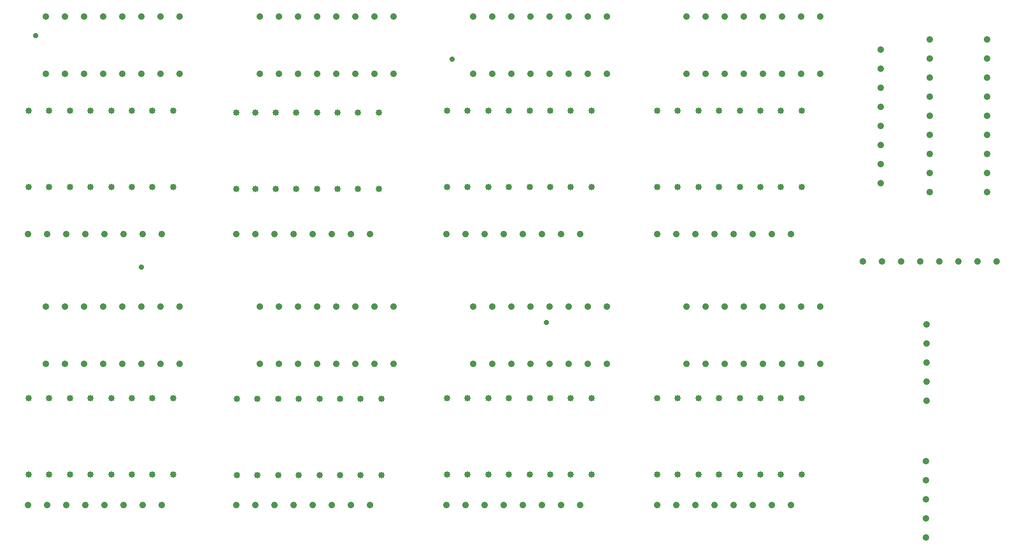
<source format=gbr>
G04 Layer_Color=0*
%FSLAX25Y25*%
%MOIN*%
%TF.FileFunction,PTH,Drill*%
%TF.Part,Single*%
G01*
G75*
%TA.AperFunction,ComponentDrill*%
%ADD17C,0.03543*%
%TA.AperFunction,ComponentDrill*%
%ADD18C,0.03347*%
%TA.AperFunction,ComponentDrill*%
%ADD19C,0.03543*%
%TA.AperFunction,ViaDrill*%
%ADD20C,0.02800*%
D17*
X753500Y685000D02*
D03*
Y675000D02*
D03*
Y665000D02*
D03*
Y655000D02*
D03*
Y645000D02*
D03*
Y635000D02*
D03*
Y625000D02*
D03*
Y615000D02*
D03*
X777500Y501000D02*
D03*
Y511000D02*
D03*
Y521000D02*
D03*
Y531000D02*
D03*
Y541000D02*
D03*
X777000Y429500D02*
D03*
Y439500D02*
D03*
Y449500D02*
D03*
Y459500D02*
D03*
Y469500D02*
D03*
X386500Y702500D02*
D03*
X376500D02*
D03*
X366500D02*
D03*
X356500D02*
D03*
X346500D02*
D03*
X336500D02*
D03*
X326500D02*
D03*
X316500D02*
D03*
X386500Y672500D02*
D03*
X376500D02*
D03*
X366500D02*
D03*
X356500D02*
D03*
X346500D02*
D03*
X336500D02*
D03*
X326500D02*
D03*
X316500D02*
D03*
X386500Y550500D02*
D03*
X376500D02*
D03*
X366500D02*
D03*
X356500D02*
D03*
X346500D02*
D03*
X336500D02*
D03*
X326500D02*
D03*
X316500D02*
D03*
X386500Y520500D02*
D03*
X376500D02*
D03*
X366500D02*
D03*
X356500D02*
D03*
X346500D02*
D03*
X336500D02*
D03*
X326500D02*
D03*
X316500D02*
D03*
X498310Y702500D02*
D03*
X488310D02*
D03*
X478310D02*
D03*
X468310D02*
D03*
X458310D02*
D03*
X448310D02*
D03*
X438310D02*
D03*
X428310D02*
D03*
X498310Y672500D02*
D03*
X488310D02*
D03*
X478310D02*
D03*
X468310D02*
D03*
X458310D02*
D03*
X448310D02*
D03*
X438310D02*
D03*
X428310D02*
D03*
X498310Y550500D02*
D03*
X488310D02*
D03*
X478310D02*
D03*
X468310D02*
D03*
X458310D02*
D03*
X448310D02*
D03*
X438310D02*
D03*
X428310D02*
D03*
X498310Y520500D02*
D03*
X488310D02*
D03*
X478310D02*
D03*
X468310D02*
D03*
X458310D02*
D03*
X448310D02*
D03*
X438310D02*
D03*
X428310D02*
D03*
X610119Y702500D02*
D03*
X600119D02*
D03*
X590119D02*
D03*
X580119D02*
D03*
X570119D02*
D03*
X560119D02*
D03*
X550119D02*
D03*
X540119D02*
D03*
X610119Y672500D02*
D03*
X600119D02*
D03*
X590119D02*
D03*
X580119D02*
D03*
X570119D02*
D03*
X560119D02*
D03*
X550119D02*
D03*
X540119D02*
D03*
X610119Y550500D02*
D03*
X600119D02*
D03*
X590119D02*
D03*
X580119D02*
D03*
X570119D02*
D03*
X560119D02*
D03*
X550119D02*
D03*
X540119D02*
D03*
X610119Y520500D02*
D03*
X600119D02*
D03*
X590119D02*
D03*
X580119D02*
D03*
X570119D02*
D03*
X560119D02*
D03*
X550119D02*
D03*
X540119D02*
D03*
X721929Y702500D02*
D03*
X711929D02*
D03*
X701929D02*
D03*
X691929D02*
D03*
X681929D02*
D03*
X671929D02*
D03*
X661929D02*
D03*
X651929D02*
D03*
X721929Y672500D02*
D03*
X711929D02*
D03*
X701929D02*
D03*
X691929D02*
D03*
X681929D02*
D03*
X671929D02*
D03*
X661929D02*
D03*
X651929D02*
D03*
X721929Y550500D02*
D03*
X711929D02*
D03*
X701929D02*
D03*
X691929D02*
D03*
X681929D02*
D03*
X671929D02*
D03*
X661929D02*
D03*
X651929D02*
D03*
X721929Y520500D02*
D03*
X711929D02*
D03*
X701929D02*
D03*
X691929D02*
D03*
X681929D02*
D03*
X671929D02*
D03*
X661929D02*
D03*
X651929D02*
D03*
D18*
X416000Y612000D02*
D03*
Y652000D02*
D03*
X470425Y502000D02*
D03*
Y462000D02*
D03*
X481213Y502000D02*
D03*
Y462000D02*
D03*
X492000Y502000D02*
D03*
Y462000D02*
D03*
X459638Y502000D02*
D03*
Y462000D02*
D03*
X307488Y613000D02*
D03*
Y653000D02*
D03*
Y502500D02*
D03*
Y462500D02*
D03*
X318276Y613000D02*
D03*
Y653000D02*
D03*
Y502500D02*
D03*
Y462500D02*
D03*
X329063Y613000D02*
D03*
Y653000D02*
D03*
Y502500D02*
D03*
Y462500D02*
D03*
X339850Y613000D02*
D03*
Y653000D02*
D03*
Y502500D02*
D03*
Y462500D02*
D03*
X350638Y613000D02*
D03*
Y653000D02*
D03*
Y502500D02*
D03*
Y462500D02*
D03*
X361425Y613000D02*
D03*
Y653000D02*
D03*
Y502500D02*
D03*
Y462500D02*
D03*
X372213Y613000D02*
D03*
Y653000D02*
D03*
Y502500D02*
D03*
Y462500D02*
D03*
X383000Y613000D02*
D03*
Y653000D02*
D03*
Y502500D02*
D03*
Y462500D02*
D03*
X416488Y502000D02*
D03*
Y462000D02*
D03*
X425988Y612000D02*
D03*
Y652000D02*
D03*
X427276Y502000D02*
D03*
Y462000D02*
D03*
X436776Y612000D02*
D03*
Y652000D02*
D03*
X438063Y502000D02*
D03*
Y462000D02*
D03*
X447563Y612000D02*
D03*
Y652000D02*
D03*
X448850Y502000D02*
D03*
Y462000D02*
D03*
X458350Y612000D02*
D03*
Y652000D02*
D03*
X469138Y612000D02*
D03*
Y652000D02*
D03*
X479925Y612000D02*
D03*
Y652000D02*
D03*
X490713Y612000D02*
D03*
Y652000D02*
D03*
X526488Y613000D02*
D03*
Y653000D02*
D03*
Y502500D02*
D03*
Y462500D02*
D03*
X537276Y613000D02*
D03*
Y653000D02*
D03*
Y502500D02*
D03*
Y462500D02*
D03*
X548063Y613000D02*
D03*
Y653000D02*
D03*
Y502500D02*
D03*
Y462500D02*
D03*
X558850Y613000D02*
D03*
Y653000D02*
D03*
Y502500D02*
D03*
Y462500D02*
D03*
X569638Y613000D02*
D03*
Y653000D02*
D03*
Y502500D02*
D03*
Y462500D02*
D03*
X580425Y613000D02*
D03*
Y653000D02*
D03*
Y502500D02*
D03*
Y462500D02*
D03*
X591213Y613000D02*
D03*
Y653000D02*
D03*
Y502500D02*
D03*
Y462500D02*
D03*
X602000Y613000D02*
D03*
Y653000D02*
D03*
Y502500D02*
D03*
Y462500D02*
D03*
X636488Y613000D02*
D03*
Y653000D02*
D03*
Y502500D02*
D03*
Y462500D02*
D03*
X647276Y613000D02*
D03*
Y653000D02*
D03*
Y502500D02*
D03*
Y462500D02*
D03*
X658063Y613000D02*
D03*
Y653000D02*
D03*
Y502500D02*
D03*
Y462500D02*
D03*
X668850Y613000D02*
D03*
Y653000D02*
D03*
Y502500D02*
D03*
Y462500D02*
D03*
X679638Y613000D02*
D03*
Y653000D02*
D03*
Y502500D02*
D03*
Y462500D02*
D03*
X690425Y613000D02*
D03*
Y653000D02*
D03*
Y502500D02*
D03*
Y462500D02*
D03*
X701213Y613000D02*
D03*
Y653000D02*
D03*
Y502500D02*
D03*
Y462500D02*
D03*
X712000Y613000D02*
D03*
Y653000D02*
D03*
Y502500D02*
D03*
Y462500D02*
D03*
D19*
X307000Y588500D02*
D03*
X317000D02*
D03*
X327000D02*
D03*
X337000D02*
D03*
X347000D02*
D03*
X357000D02*
D03*
X367000D02*
D03*
X377000D02*
D03*
X307000Y446500D02*
D03*
X317000D02*
D03*
X327000D02*
D03*
X337000D02*
D03*
X347000D02*
D03*
X357000D02*
D03*
X367000D02*
D03*
X377000D02*
D03*
X416000Y588500D02*
D03*
X426000D02*
D03*
X436000D02*
D03*
X446000D02*
D03*
X456000D02*
D03*
X466000D02*
D03*
X476000D02*
D03*
X486000D02*
D03*
X416000Y446500D02*
D03*
X426000D02*
D03*
X436000D02*
D03*
X446000D02*
D03*
X456000D02*
D03*
X466000D02*
D03*
X476000D02*
D03*
X486000D02*
D03*
X526000Y588500D02*
D03*
X536000D02*
D03*
X546000D02*
D03*
X556000D02*
D03*
X566000D02*
D03*
X576000D02*
D03*
X586000D02*
D03*
X596000D02*
D03*
X526000Y446500D02*
D03*
X536000D02*
D03*
X546000D02*
D03*
X556000D02*
D03*
X566000D02*
D03*
X576000D02*
D03*
X586000D02*
D03*
X596000D02*
D03*
X744000Y574000D02*
D03*
X754000D02*
D03*
X764000D02*
D03*
X774000D02*
D03*
X784000D02*
D03*
X794000D02*
D03*
X804000D02*
D03*
X814000D02*
D03*
X809000Y610500D02*
D03*
Y620500D02*
D03*
Y630500D02*
D03*
Y640500D02*
D03*
Y650500D02*
D03*
Y660500D02*
D03*
Y670500D02*
D03*
Y680500D02*
D03*
Y690500D02*
D03*
X779000Y610500D02*
D03*
Y620500D02*
D03*
Y630500D02*
D03*
Y640500D02*
D03*
Y650500D02*
D03*
Y660500D02*
D03*
Y670500D02*
D03*
Y680500D02*
D03*
Y690500D02*
D03*
X636500Y588500D02*
D03*
X646500D02*
D03*
X656500D02*
D03*
X666500D02*
D03*
X676500D02*
D03*
X686500D02*
D03*
X696500D02*
D03*
X706500D02*
D03*
X636500Y446500D02*
D03*
X646500D02*
D03*
X656500D02*
D03*
X666500D02*
D03*
X676500D02*
D03*
X686500D02*
D03*
X696500D02*
D03*
X706500D02*
D03*
D20*
X311000Y692500D02*
D03*
X578419Y542200D02*
D03*
X529000Y680000D02*
D03*
X366500Y571100D02*
D03*
%TF.MD5,68A5C8077D5850BA75E28C0F46578C87*%
M02*

</source>
